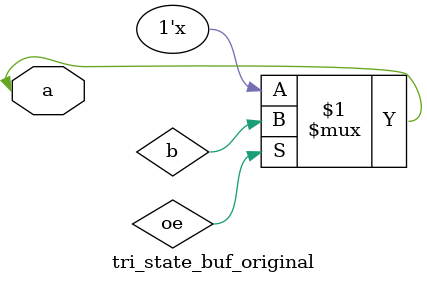
<source format=v>

module tri_state_buf_original (a);

inout a;

wire b;
wire oe;

assign a= (oe ? b : 1'bZ);

endmodule

</source>
